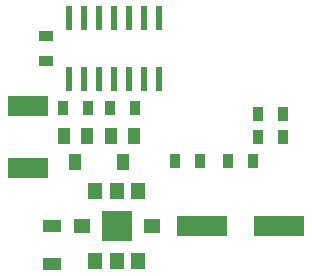
<source format=gbr>
G04 #@! TF.FileFunction,Paste,Top*
%FSLAX46Y46*%
G04 Gerber Fmt 4.6, Leading zero omitted, Abs format (unit mm)*
G04 Created by KiCad (PCBNEW (2015-08-26 BZR 6129, Git 2e41367)-product) date 9/23/2019 12:40:43 AM*
%MOMM*%
G01*
G04 APERTURE LIST*
%ADD10C,0.100000*%
%ADD11R,1.600000X1.000000*%
%ADD12R,0.900000X1.300000*%
%ADD13R,1.300000X0.900000*%
%ADD14R,4.300000X1.800000*%
%ADD15R,1.200000X1.350000*%
%ADD16R,1.350000X1.200000*%
%ADD17R,2.600000X2.600000*%
%ADD18R,3.500000X1.780000*%
%ADD19R,1.000000X1.400000*%
%ADD20R,0.600000X2.000000*%
G04 APERTURE END LIST*
D10*
D11*
X-10000000Y-7500000D03*
X-10000000Y-10700000D03*
D12*
X7450000Y0D03*
X9550000Y0D03*
D13*
X-10500000Y8550000D03*
X-10500000Y6450000D03*
D14*
X2750000Y-7500000D03*
X9250000Y-7500000D03*
D12*
X4950000Y-2000000D03*
X7050000Y-2000000D03*
X-2950000Y2500000D03*
X-5050000Y2500000D03*
X-6950000Y2500000D03*
X-9050000Y2500000D03*
X9550000Y2000000D03*
X7450000Y2000000D03*
D15*
X-2700000Y-4525000D03*
X-4500000Y-4525000D03*
X-6300000Y-4525000D03*
X-6300000Y-10475000D03*
X-4500000Y-10475000D03*
X-2700000Y-10475000D03*
D16*
X-7475000Y-7500000D03*
X-1525000Y-7500000D03*
D17*
X-4500000Y-7500000D03*
D18*
X-12000000Y2615000D03*
X-12000000Y-2615000D03*
D19*
X-7050000Y100000D03*
X-8950000Y100000D03*
X-8000000Y-2100000D03*
X-3050000Y100000D03*
X-4950000Y100000D03*
X-4000000Y-2100000D03*
D20*
X-940000Y10100000D03*
X-2210000Y10100000D03*
X-3480000Y10100000D03*
X-4750000Y10100000D03*
X-6020000Y10100000D03*
X-7290000Y10100000D03*
X-8560000Y10100000D03*
X-8560000Y4900000D03*
X-7290000Y4900000D03*
X-6020000Y4900000D03*
X-4750000Y4900000D03*
X-3480000Y4900000D03*
X-2210000Y4900000D03*
X-940000Y4900000D03*
D12*
X450000Y-2000000D03*
X2550000Y-2000000D03*
M02*

</source>
